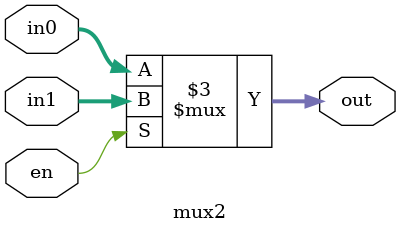
<source format=v>
`timescale 1ns / 1ps

module mux2 #(parameter WIDTH = 8)(in0,in1,en,out);

input [WIDTH-1:0] in0,in1;
input en;
output reg [WIDTH-1:0] out;

always @(*) 
begin
    if(en)
        out = in1;
    else
        out = in0;
end
                
endmodule


</source>
